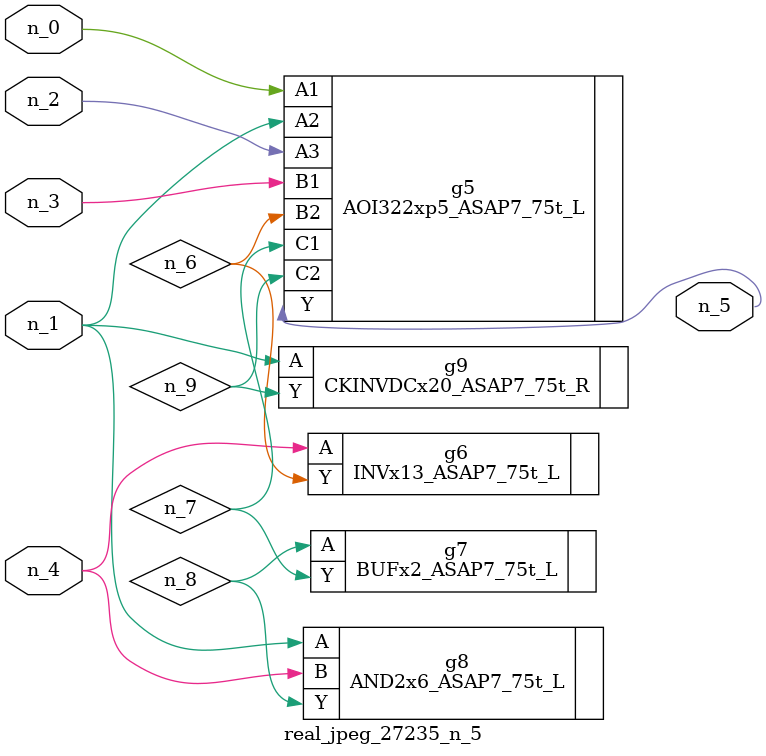
<source format=v>
module real_jpeg_27235_n_5 (n_4, n_0, n_1, n_2, n_3, n_5);

input n_4;
input n_0;
input n_1;
input n_2;
input n_3;

output n_5;

wire n_8;
wire n_6;
wire n_7;
wire n_9;

AOI322xp5_ASAP7_75t_L g5 ( 
.A1(n_0),
.A2(n_1),
.A3(n_2),
.B1(n_3),
.B2(n_6),
.C1(n_7),
.C2(n_9),
.Y(n_5)
);

AND2x6_ASAP7_75t_L g8 ( 
.A(n_1),
.B(n_4),
.Y(n_8)
);

CKINVDCx20_ASAP7_75t_R g9 ( 
.A(n_1),
.Y(n_9)
);

INVx13_ASAP7_75t_L g6 ( 
.A(n_4),
.Y(n_6)
);

BUFx2_ASAP7_75t_L g7 ( 
.A(n_8),
.Y(n_7)
);


endmodule
</source>
